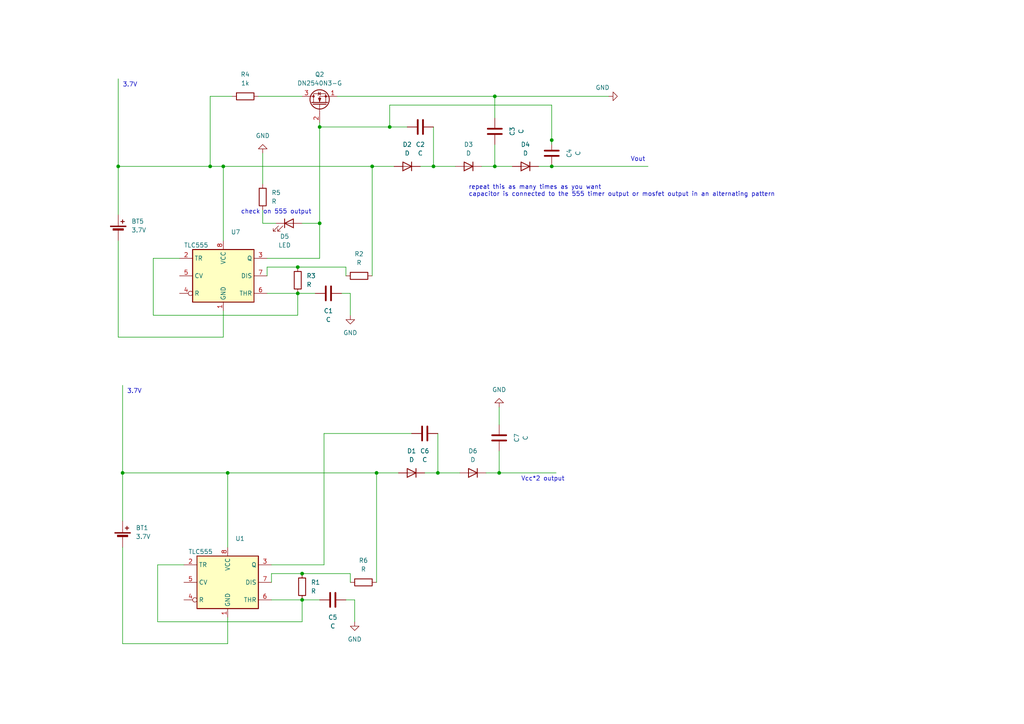
<source format=kicad_sch>
(kicad_sch (version 20230121) (generator eeschema)

  (uuid 73515488-b0ee-424c-9292-bf443906f318)

  (paper "A4")

  (lib_symbols
    (symbol "Device:Battery_Cell" (pin_numbers hide) (pin_names (offset 0) hide) (in_bom yes) (on_board yes)
      (property "Reference" "BT" (at 2.54 2.54 0)
        (effects (font (size 1.27 1.27)) (justify left))
      )
      (property "Value" "Battery_Cell" (at 2.54 0 0)
        (effects (font (size 1.27 1.27)) (justify left))
      )
      (property "Footprint" "" (at 0 1.524 90)
        (effects (font (size 1.27 1.27)) hide)
      )
      (property "Datasheet" "~" (at 0 1.524 90)
        (effects (font (size 1.27 1.27)) hide)
      )
      (property "ki_keywords" "battery cell" (at 0 0 0)
        (effects (font (size 1.27 1.27)) hide)
      )
      (property "ki_description" "Single-cell battery" (at 0 0 0)
        (effects (font (size 1.27 1.27)) hide)
      )
      (symbol "Battery_Cell_0_1"
        (rectangle (start -2.286 1.778) (end 2.286 1.524)
          (stroke (width 0) (type default))
          (fill (type outline))
        )
        (rectangle (start -1.524 1.016) (end 1.524 0.508)
          (stroke (width 0) (type default))
          (fill (type outline))
        )
        (polyline
          (pts
            (xy 0 0.762)
            (xy 0 0)
          )
          (stroke (width 0) (type default))
          (fill (type none))
        )
        (polyline
          (pts
            (xy 0 1.778)
            (xy 0 2.54)
          )
          (stroke (width 0) (type default))
          (fill (type none))
        )
        (polyline
          (pts
            (xy 0.762 3.048)
            (xy 1.778 3.048)
          )
          (stroke (width 0.254) (type default))
          (fill (type none))
        )
        (polyline
          (pts
            (xy 1.27 3.556)
            (xy 1.27 2.54)
          )
          (stroke (width 0.254) (type default))
          (fill (type none))
        )
      )
      (symbol "Battery_Cell_1_1"
        (pin passive line (at 0 5.08 270) (length 2.54)
          (name "+" (effects (font (size 1.27 1.27))))
          (number "1" (effects (font (size 1.27 1.27))))
        )
        (pin passive line (at 0 -2.54 90) (length 2.54)
          (name "-" (effects (font (size 1.27 1.27))))
          (number "2" (effects (font (size 1.27 1.27))))
        )
      )
    )
    (symbol "Device:C" (pin_numbers hide) (pin_names (offset 0.254)) (in_bom yes) (on_board yes)
      (property "Reference" "C" (at 0.635 2.54 0)
        (effects (font (size 1.27 1.27)) (justify left))
      )
      (property "Value" "C" (at 0.635 -2.54 0)
        (effects (font (size 1.27 1.27)) (justify left))
      )
      (property "Footprint" "" (at 0.9652 -3.81 0)
        (effects (font (size 1.27 1.27)) hide)
      )
      (property "Datasheet" "~" (at 0 0 0)
        (effects (font (size 1.27 1.27)) hide)
      )
      (property "ki_keywords" "cap capacitor" (at 0 0 0)
        (effects (font (size 1.27 1.27)) hide)
      )
      (property "ki_description" "Unpolarized capacitor" (at 0 0 0)
        (effects (font (size 1.27 1.27)) hide)
      )
      (property "ki_fp_filters" "C_*" (at 0 0 0)
        (effects (font (size 1.27 1.27)) hide)
      )
      (symbol "C_0_1"
        (polyline
          (pts
            (xy -2.032 -0.762)
            (xy 2.032 -0.762)
          )
          (stroke (width 0.508) (type default))
          (fill (type none))
        )
        (polyline
          (pts
            (xy -2.032 0.762)
            (xy 2.032 0.762)
          )
          (stroke (width 0.508) (type default))
          (fill (type none))
        )
      )
      (symbol "C_1_1"
        (pin passive line (at 0 3.81 270) (length 2.794)
          (name "~" (effects (font (size 1.27 1.27))))
          (number "1" (effects (font (size 1.27 1.27))))
        )
        (pin passive line (at 0 -3.81 90) (length 2.794)
          (name "~" (effects (font (size 1.27 1.27))))
          (number "2" (effects (font (size 1.27 1.27))))
        )
      )
    )
    (symbol "Device:D" (pin_numbers hide) (pin_names (offset 1.016) hide) (in_bom yes) (on_board yes)
      (property "Reference" "D" (at 0 2.54 0)
        (effects (font (size 1.27 1.27)))
      )
      (property "Value" "D" (at 0 -2.54 0)
        (effects (font (size 1.27 1.27)))
      )
      (property "Footprint" "" (at 0 0 0)
        (effects (font (size 1.27 1.27)) hide)
      )
      (property "Datasheet" "~" (at 0 0 0)
        (effects (font (size 1.27 1.27)) hide)
      )
      (property "Sim.Device" "D" (at 0 0 0)
        (effects (font (size 1.27 1.27)) hide)
      )
      (property "Sim.Pins" "1=K 2=A" (at 0 0 0)
        (effects (font (size 1.27 1.27)) hide)
      )
      (property "ki_keywords" "diode" (at 0 0 0)
        (effects (font (size 1.27 1.27)) hide)
      )
      (property "ki_description" "Diode" (at 0 0 0)
        (effects (font (size 1.27 1.27)) hide)
      )
      (property "ki_fp_filters" "TO-???* *_Diode_* *SingleDiode* D_*" (at 0 0 0)
        (effects (font (size 1.27 1.27)) hide)
      )
      (symbol "D_0_1"
        (polyline
          (pts
            (xy -1.27 1.27)
            (xy -1.27 -1.27)
          )
          (stroke (width 0.254) (type default))
          (fill (type none))
        )
        (polyline
          (pts
            (xy 1.27 0)
            (xy -1.27 0)
          )
          (stroke (width 0) (type default))
          (fill (type none))
        )
        (polyline
          (pts
            (xy 1.27 1.27)
            (xy 1.27 -1.27)
            (xy -1.27 0)
            (xy 1.27 1.27)
          )
          (stroke (width 0.254) (type default))
          (fill (type none))
        )
      )
      (symbol "D_1_1"
        (pin passive line (at -3.81 0 0) (length 2.54)
          (name "K" (effects (font (size 1.27 1.27))))
          (number "1" (effects (font (size 1.27 1.27))))
        )
        (pin passive line (at 3.81 0 180) (length 2.54)
          (name "A" (effects (font (size 1.27 1.27))))
          (number "2" (effects (font (size 1.27 1.27))))
        )
      )
    )
    (symbol "Device:LED" (pin_numbers hide) (pin_names (offset 1.016) hide) (in_bom yes) (on_board yes)
      (property "Reference" "D" (at 0 2.54 0)
        (effects (font (size 1.27 1.27)))
      )
      (property "Value" "LED" (at 0 -2.54 0)
        (effects (font (size 1.27 1.27)))
      )
      (property "Footprint" "" (at 0 0 0)
        (effects (font (size 1.27 1.27)) hide)
      )
      (property "Datasheet" "~" (at 0 0 0)
        (effects (font (size 1.27 1.27)) hide)
      )
      (property "ki_keywords" "LED diode" (at 0 0 0)
        (effects (font (size 1.27 1.27)) hide)
      )
      (property "ki_description" "Light emitting diode" (at 0 0 0)
        (effects (font (size 1.27 1.27)) hide)
      )
      (property "ki_fp_filters" "LED* LED_SMD:* LED_THT:*" (at 0 0 0)
        (effects (font (size 1.27 1.27)) hide)
      )
      (symbol "LED_0_1"
        (polyline
          (pts
            (xy -1.27 -1.27)
            (xy -1.27 1.27)
          )
          (stroke (width 0.254) (type default))
          (fill (type none))
        )
        (polyline
          (pts
            (xy -1.27 0)
            (xy 1.27 0)
          )
          (stroke (width 0) (type default))
          (fill (type none))
        )
        (polyline
          (pts
            (xy 1.27 -1.27)
            (xy 1.27 1.27)
            (xy -1.27 0)
            (xy 1.27 -1.27)
          )
          (stroke (width 0.254) (type default))
          (fill (type none))
        )
        (polyline
          (pts
            (xy -3.048 -0.762)
            (xy -4.572 -2.286)
            (xy -3.81 -2.286)
            (xy -4.572 -2.286)
            (xy -4.572 -1.524)
          )
          (stroke (width 0) (type default))
          (fill (type none))
        )
        (polyline
          (pts
            (xy -1.778 -0.762)
            (xy -3.302 -2.286)
            (xy -2.54 -2.286)
            (xy -3.302 -2.286)
            (xy -3.302 -1.524)
          )
          (stroke (width 0) (type default))
          (fill (type none))
        )
      )
      (symbol "LED_1_1"
        (pin passive line (at -3.81 0 0) (length 2.54)
          (name "K" (effects (font (size 1.27 1.27))))
          (number "1" (effects (font (size 1.27 1.27))))
        )
        (pin passive line (at 3.81 0 180) (length 2.54)
          (name "A" (effects (font (size 1.27 1.27))))
          (number "2" (effects (font (size 1.27 1.27))))
        )
      )
    )
    (symbol "Device:R" (pin_numbers hide) (pin_names (offset 0)) (in_bom yes) (on_board yes)
      (property "Reference" "R" (at 2.032 0 90)
        (effects (font (size 1.27 1.27)))
      )
      (property "Value" "R" (at 0 0 90)
        (effects (font (size 1.27 1.27)))
      )
      (property "Footprint" "" (at -1.778 0 90)
        (effects (font (size 1.27 1.27)) hide)
      )
      (property "Datasheet" "~" (at 0 0 0)
        (effects (font (size 1.27 1.27)) hide)
      )
      (property "ki_keywords" "R res resistor" (at 0 0 0)
        (effects (font (size 1.27 1.27)) hide)
      )
      (property "ki_description" "Resistor" (at 0 0 0)
        (effects (font (size 1.27 1.27)) hide)
      )
      (property "ki_fp_filters" "R_*" (at 0 0 0)
        (effects (font (size 1.27 1.27)) hide)
      )
      (symbol "R_0_1"
        (rectangle (start -1.016 -2.54) (end 1.016 2.54)
          (stroke (width 0.254) (type default))
          (fill (type none))
        )
      )
      (symbol "R_1_1"
        (pin passive line (at 0 3.81 270) (length 1.27)
          (name "~" (effects (font (size 1.27 1.27))))
          (number "1" (effects (font (size 1.27 1.27))))
        )
        (pin passive line (at 0 -3.81 90) (length 1.27)
          (name "~" (effects (font (size 1.27 1.27))))
          (number "2" (effects (font (size 1.27 1.27))))
        )
      )
    )
    (symbol "Timer:TLC555xD" (in_bom yes) (on_board yes)
      (property "Reference" "U" (at -10.16 8.89 0)
        (effects (font (size 1.27 1.27)) (justify left))
      )
      (property "Value" "TLC555xD" (at 2.54 8.89 0)
        (effects (font (size 1.27 1.27)) (justify left))
      )
      (property "Footprint" "Package_SO:SOIC-8_3.9x4.9mm_P1.27mm" (at 21.59 -10.16 0)
        (effects (font (size 1.27 1.27)) hide)
      )
      (property "Datasheet" "http://www.ti.com/lit/ds/symlink/tlc555.pdf" (at 21.59 -10.16 0)
        (effects (font (size 1.27 1.27)) hide)
      )
      (property "ki_keywords" "single timer 555" (at 0 0 0)
        (effects (font (size 1.27 1.27)) hide)
      )
      (property "ki_description" "Single LinCMOS Timer, 555 compatible, SOIC-8" (at 0 0 0)
        (effects (font (size 1.27 1.27)) hide)
      )
      (property "ki_fp_filters" "SOIC*3.9x4.9mm*P1.27mm*" (at 0 0 0)
        (effects (font (size 1.27 1.27)) hide)
      )
      (symbol "TLC555xD_0_0"
        (pin power_in line (at 0 -10.16 90) (length 2.54)
          (name "GND" (effects (font (size 1.27 1.27))))
          (number "1" (effects (font (size 1.27 1.27))))
        )
        (pin power_in line (at 0 10.16 270) (length 2.54)
          (name "VCC" (effects (font (size 1.27 1.27))))
          (number "8" (effects (font (size 1.27 1.27))))
        )
      )
      (symbol "TLC555xD_0_1"
        (rectangle (start -8.89 -7.62) (end 8.89 7.62)
          (stroke (width 0.254) (type default))
          (fill (type background))
        )
        (rectangle (start -8.89 -7.62) (end 8.89 7.62)
          (stroke (width 0.254) (type default))
          (fill (type background))
        )
      )
      (symbol "TLC555xD_1_1"
        (pin input line (at -12.7 5.08 0) (length 3.81)
          (name "TR" (effects (font (size 1.27 1.27))))
          (number "2" (effects (font (size 1.27 1.27))))
        )
        (pin output line (at 12.7 5.08 180) (length 3.81)
          (name "Q" (effects (font (size 1.27 1.27))))
          (number "3" (effects (font (size 1.27 1.27))))
        )
        (pin input inverted (at -12.7 -5.08 0) (length 3.81)
          (name "R" (effects (font (size 1.27 1.27))))
          (number "4" (effects (font (size 1.27 1.27))))
        )
        (pin input line (at -12.7 0 0) (length 3.81)
          (name "CV" (effects (font (size 1.27 1.27))))
          (number "5" (effects (font (size 1.27 1.27))))
        )
        (pin input line (at 12.7 -5.08 180) (length 3.81)
          (name "THR" (effects (font (size 1.27 1.27))))
          (number "6" (effects (font (size 1.27 1.27))))
        )
        (pin input line (at 12.7 0 180) (length 3.81)
          (name "DIS" (effects (font (size 1.27 1.27))))
          (number "7" (effects (font (size 1.27 1.27))))
        )
      )
    )
    (symbol "Transistor_FET_Other:DN2540N3-G" (pin_names (offset 0) hide) (in_bom yes) (on_board yes)
      (property "Reference" "Q" (at 5.08 1.905 0)
        (effects (font (size 1.27 1.27)) (justify left))
      )
      (property "Value" "DN2540N3-G" (at 5.08 0 0)
        (effects (font (size 1.27 1.27)) (justify left))
      )
      (property "Footprint" "Package_TO_SOT_THT:TO-92_Inline" (at 0 -14.605 0)
        (effects (font (size 1.27 1.27)) hide)
      )
      (property "Datasheet" "https://ww1.microchip.com/downloads/en/DeviceDoc/DN2540%20B060313.pdf" (at 0 -12.065 0)
        (effects (font (size 1.27 1.27)) hide)
      )
      (property "ki_keywords" "N-Channel Depletion-Mode MOSFET" (at 0 0 0)
        (effects (font (size 1.27 1.27)) hide)
      )
      (property "ki_description" "150mA Ids, 400 Vds, Depletion-mode N-channel MOSFET, TO-92" (at 0 0 0)
        (effects (font (size 1.27 1.27)) hide)
      )
      (property "ki_fp_filters" "TO?92*" (at 0 0 0)
        (effects (font (size 1.27 1.27)) hide)
      )
      (symbol "DN2540N3-G_0_1"
        (polyline
          (pts
            (xy 0.254 0)
            (xy -2.54 0)
          )
          (stroke (width 0) (type default))
          (fill (type none))
        )
        (polyline
          (pts
            (xy 0.254 1.905)
            (xy 0.254 -1.905)
          )
          (stroke (width 0.254) (type default))
          (fill (type none))
        )
        (polyline
          (pts
            (xy 0.762 2.286)
            (xy 0.762 -2.286)
          )
          (stroke (width 0.254) (type default))
          (fill (type none))
        )
        (polyline
          (pts
            (xy 2.54 2.54)
            (xy 2.54 1.778)
          )
          (stroke (width 0) (type default))
          (fill (type none))
        )
        (polyline
          (pts
            (xy 2.54 -2.54)
            (xy 2.54 0)
            (xy 0.762 0)
          )
          (stroke (width 0) (type default))
          (fill (type none))
        )
        (polyline
          (pts
            (xy 0.762 -1.778)
            (xy 3.302 -1.778)
            (xy 3.302 1.778)
            (xy 0.762 1.778)
          )
          (stroke (width 0) (type default))
          (fill (type none))
        )
        (polyline
          (pts
            (xy 1.016 0)
            (xy 2.032 0.381)
            (xy 2.032 -0.381)
            (xy 1.016 0)
          )
          (stroke (width 0) (type default))
          (fill (type outline))
        )
        (polyline
          (pts
            (xy 2.794 0.508)
            (xy 2.921 0.381)
            (xy 3.683 0.381)
            (xy 3.81 0.254)
          )
          (stroke (width 0) (type default))
          (fill (type none))
        )
        (polyline
          (pts
            (xy 3.302 0.381)
            (xy 2.921 -0.254)
            (xy 3.683 -0.254)
            (xy 3.302 0.381)
          )
          (stroke (width 0) (type default))
          (fill (type none))
        )
        (circle (center 1.651 0) (radius 2.794)
          (stroke (width 0.254) (type default))
          (fill (type none))
        )
        (circle (center 2.54 -1.778) (radius 0.254)
          (stroke (width 0) (type default))
          (fill (type outline))
        )
        (circle (center 2.54 1.778) (radius 0.254)
          (stroke (width 0) (type default))
          (fill (type outline))
        )
      )
      (symbol "DN2540N3-G_1_1"
        (pin passive line (at 2.54 -5.08 90) (length 2.54)
          (name "S" (effects (font (size 1.27 1.27))))
          (number "1" (effects (font (size 1.27 1.27))))
        )
        (pin input line (at -5.08 0 0) (length 2.54)
          (name "G" (effects (font (size 1.27 1.27))))
          (number "2" (effects (font (size 1.27 1.27))))
        )
        (pin passive line (at 2.54 5.08 270) (length 2.54)
          (name "D" (effects (font (size 1.27 1.27))))
          (number "3" (effects (font (size 1.27 1.27))))
        )
      )
    )
    (symbol "power:GND" (power) (pin_names (offset 0)) (in_bom yes) (on_board yes)
      (property "Reference" "#PWR" (at 0 -6.35 0)
        (effects (font (size 1.27 1.27)) hide)
      )
      (property "Value" "GND" (at 0 -3.81 0)
        (effects (font (size 1.27 1.27)))
      )
      (property "Footprint" "" (at 0 0 0)
        (effects (font (size 1.27 1.27)) hide)
      )
      (property "Datasheet" "" (at 0 0 0)
        (effects (font (size 1.27 1.27)) hide)
      )
      (property "ki_keywords" "global power" (at 0 0 0)
        (effects (font (size 1.27 1.27)) hide)
      )
      (property "ki_description" "Power symbol creates a global label with name \"GND\" , ground" (at 0 0 0)
        (effects (font (size 1.27 1.27)) hide)
      )
      (symbol "GND_0_1"
        (polyline
          (pts
            (xy 0 0)
            (xy 0 -1.27)
            (xy 1.27 -1.27)
            (xy 0 -2.54)
            (xy -1.27 -1.27)
            (xy 0 -1.27)
          )
          (stroke (width 0) (type default))
          (fill (type none))
        )
      )
      (symbol "GND_1_1"
        (pin power_in line (at 0 0 270) (length 0) hide
          (name "GND" (effects (font (size 1.27 1.27))))
          (number "1" (effects (font (size 1.27 1.27))))
        )
      )
    )
  )

  (junction (at 35.56 137.16) (diameter 0) (color 0 0 0 0)
    (uuid 0732abd0-8efa-4e9c-82ff-899f7e16625d)
  )
  (junction (at 34.29 48.26) (diameter 0) (color 0 0 0 0)
    (uuid 0d31982a-7afa-45c2-aaa3-4334ecf17c50)
  )
  (junction (at 92.71 64.77) (diameter 0) (color 0 0 0 0)
    (uuid 17a41ce8-32e7-4ab1-8f12-6687d0b24c8e)
  )
  (junction (at 86.36 85.09) (diameter 0) (color 0 0 0 0)
    (uuid 1942c50b-9fe6-4e12-a9d8-a15574c701be)
  )
  (junction (at 113.03 36.83) (diameter 0) (color 0 0 0 0)
    (uuid 30640bea-76b0-4b49-ae16-b01ad1909cbe)
  )
  (junction (at 160.02 48.26) (diameter 0) (color 0 0 0 0)
    (uuid 40072b5e-eb97-4e76-8d2f-d5556ebf78d8)
  )
  (junction (at 60.96 48.26) (diameter 0) (color 0 0 0 0)
    (uuid 4face532-33ed-4e57-9415-2a3e2f1ebfa2)
  )
  (junction (at 109.22 137.16) (diameter 0) (color 0 0 0 0)
    (uuid 5bf1a9b1-7d4a-4e59-9f10-304402ef00ea)
  )
  (junction (at 92.71 36.83) (diameter 0) (color 0 0 0 0)
    (uuid 7a258cf5-006f-4262-bc83-a5e9622aae8b)
  )
  (junction (at 66.04 137.16) (diameter 0) (color 0 0 0 0)
    (uuid 8ff424fd-71a2-4ef1-a33c-4ffd0c3f893f)
  )
  (junction (at 125.73 48.26) (diameter 0) (color 0 0 0 0)
    (uuid a2df9ff8-5e4c-48ec-835d-257e67b09520)
  )
  (junction (at 144.78 137.16) (diameter 0) (color 0 0 0 0)
    (uuid b60e59d3-d98e-40f0-9fce-378dcbf1b268)
  )
  (junction (at 143.51 27.94) (diameter 0) (color 0 0 0 0)
    (uuid b733c975-c9ef-413e-92a3-99e5706398ab)
  )
  (junction (at 87.63 173.99) (diameter 0) (color 0 0 0 0)
    (uuid b84c3c17-7623-4ce2-aac8-0bdd0bd5fc4e)
  )
  (junction (at 64.77 48.26) (diameter 0) (color 0 0 0 0)
    (uuid c4e72dc9-698a-4be0-9b4c-1b124550b81a)
  )
  (junction (at 143.51 48.26) (diameter 0) (color 0 0 0 0)
    (uuid c64bbdde-e72c-46be-821a-70d88ee428d5)
  )
  (junction (at 127 137.16) (diameter 0) (color 0 0 0 0)
    (uuid deb158fa-8594-4add-8b99-ff0af3787e8e)
  )
  (junction (at 107.95 48.26) (diameter 0) (color 0 0 0 0)
    (uuid e08b9820-bde7-4054-afdc-ac9df7ee4dd0)
  )
  (junction (at 160.02 40.64) (diameter 0) (color 0 0 0 0)
    (uuid e1237f3d-3ff9-408f-affa-20ada8035450)
  )
  (junction (at 87.63 166.37) (diameter 0) (color 0 0 0 0)
    (uuid e78a33af-87be-4b2d-9e29-b12925f0b299)
  )
  (junction (at 86.36 77.47) (diameter 0) (color 0 0 0 0)
    (uuid e9450d16-2739-4af7-bdfd-0e5ed1efc563)
  )

  (wire (pts (xy 101.6 85.09) (xy 101.6 91.44))
    (stroke (width 0) (type default))
    (uuid 0f5f3b50-430a-49ec-9016-15d50f4dd3fb)
  )
  (wire (pts (xy 86.36 85.09) (xy 91.44 85.09))
    (stroke (width 0) (type default))
    (uuid 110e86bc-c27c-4430-ba0b-3a1eb3704bc1)
  )
  (wire (pts (xy 76.2 60.96) (xy 76.2 64.77))
    (stroke (width 0) (type default))
    (uuid 1130dc70-9410-4066-bf49-b85c3bca97cf)
  )
  (wire (pts (xy 144.78 130.81) (xy 144.78 137.16))
    (stroke (width 0) (type default))
    (uuid 12827245-e52e-4c79-a6ed-a3c16b98faf0)
  )
  (wire (pts (xy 35.56 137.16) (xy 35.56 151.13))
    (stroke (width 0) (type default))
    (uuid 17d2be4e-4f6c-4022-b04d-d94fb24e6172)
  )
  (wire (pts (xy 86.36 91.44) (xy 86.36 85.09))
    (stroke (width 0) (type default))
    (uuid 18b706f8-8575-45d7-8cc4-db4aa2e9a4fb)
  )
  (wire (pts (xy 156.21 48.26) (xy 160.02 48.26))
    (stroke (width 0) (type default))
    (uuid 1a2e24f6-e722-41be-aca0-ae04006b965f)
  )
  (wire (pts (xy 87.63 64.77) (xy 92.71 64.77))
    (stroke (width 0) (type default))
    (uuid 1a6460cd-c0eb-47e7-8292-65dbb378d5c3)
  )
  (wire (pts (xy 160.02 40.64) (xy 160.02 30.48))
    (stroke (width 0) (type default))
    (uuid 203ee5a6-2417-4c4f-9f6d-b89d7f038620)
  )
  (wire (pts (xy 34.29 22.86) (xy 34.29 48.26))
    (stroke (width 0) (type default))
    (uuid 26479a2a-2a76-420c-bbeb-d9d2959912e8)
  )
  (wire (pts (xy 92.71 64.77) (xy 92.71 74.93))
    (stroke (width 0) (type default))
    (uuid 2cc1be2e-bfde-43d2-bb5a-b4e0bc7e7184)
  )
  (wire (pts (xy 121.92 48.26) (xy 125.73 48.26))
    (stroke (width 0) (type default))
    (uuid 2e3932cb-b83f-4bd9-8582-62e0481b05ea)
  )
  (wire (pts (xy 78.74 166.37) (xy 87.63 166.37))
    (stroke (width 0) (type default))
    (uuid 36e956f1-618a-4226-a46b-05d62b9e058e)
  )
  (wire (pts (xy 86.36 91.44) (xy 44.45 91.44))
    (stroke (width 0) (type default))
    (uuid 3fe270eb-6721-4ba2-ba05-d5d25c1dc3fe)
  )
  (wire (pts (xy 92.71 36.83) (xy 113.03 36.83))
    (stroke (width 0) (type default))
    (uuid 405ad7c4-745c-45ad-922c-297575d72cfc)
  )
  (wire (pts (xy 34.29 48.26) (xy 34.29 62.23))
    (stroke (width 0) (type default))
    (uuid 44d924da-255f-457f-ba76-5d2ea72f15b8)
  )
  (wire (pts (xy 60.96 48.26) (xy 60.96 27.94))
    (stroke (width 0) (type default))
    (uuid 45ddd747-03dd-40cc-97bc-53db357fea65)
  )
  (wire (pts (xy 160.02 41.91) (xy 160.02 40.64))
    (stroke (width 0) (type default))
    (uuid 483dd1e7-a06a-48fd-a128-efd6c1704e7e)
  )
  (wire (pts (xy 101.6 166.37) (xy 101.6 168.91))
    (stroke (width 0) (type default))
    (uuid 53c84a97-8e68-4673-bb77-121f8023fc9a)
  )
  (wire (pts (xy 140.97 137.16) (xy 144.78 137.16))
    (stroke (width 0) (type default))
    (uuid 54f3958e-c5f3-43b6-a6a9-de182058cf8b)
  )
  (wire (pts (xy 66.04 137.16) (xy 66.04 158.75))
    (stroke (width 0) (type default))
    (uuid 55a3ad36-f356-4104-ba10-60425cff621b)
  )
  (wire (pts (xy 92.71 74.93) (xy 77.47 74.93))
    (stroke (width 0) (type default))
    (uuid 5d34460a-e823-4601-b821-7e8975da5c1f)
  )
  (wire (pts (xy 92.71 35.56) (xy 92.71 36.83))
    (stroke (width 0) (type default))
    (uuid 5f1fad62-0f30-42a2-970b-17324e324dd9)
  )
  (wire (pts (xy 143.51 27.94) (xy 143.51 34.29))
    (stroke (width 0) (type default))
    (uuid 61837be1-f3f3-474f-b1a6-0f6f116c52eb)
  )
  (wire (pts (xy 93.98 163.83) (xy 78.74 163.83))
    (stroke (width 0) (type default))
    (uuid 68e797d2-6559-42f1-9ebc-be1bd9ffbb44)
  )
  (wire (pts (xy 87.63 173.99) (xy 92.71 173.99))
    (stroke (width 0) (type default))
    (uuid 6c7e202e-743e-4e1d-b28c-5caef61915a1)
  )
  (wire (pts (xy 97.79 27.94) (xy 143.51 27.94))
    (stroke (width 0) (type default))
    (uuid 6d19353d-7ae8-4059-bdf4-0006e6f2ec9b)
  )
  (wire (pts (xy 123.19 137.16) (xy 127 137.16))
    (stroke (width 0) (type default))
    (uuid 6db63efb-6056-4cec-aa67-640c294e5c39)
  )
  (wire (pts (xy 35.56 158.75) (xy 35.56 186.69))
    (stroke (width 0) (type default))
    (uuid 6e0da65d-b17a-40c7-b3a4-aa0a341bbd58)
  )
  (wire (pts (xy 87.63 173.99) (xy 78.74 173.99))
    (stroke (width 0) (type default))
    (uuid 6e7555f8-53b7-4d0c-9822-3cb4af4254cd)
  )
  (wire (pts (xy 160.02 48.26) (xy 187.96 48.26))
    (stroke (width 0) (type default))
    (uuid 7538d280-da18-4779-9f4b-a19496a5d980)
  )
  (wire (pts (xy 125.73 48.26) (xy 132.08 48.26))
    (stroke (width 0) (type default))
    (uuid 758c1ebf-dcc7-4bab-872a-4a7b68986e49)
  )
  (wire (pts (xy 93.98 125.73) (xy 119.38 125.73))
    (stroke (width 0) (type default))
    (uuid 75e90125-dceb-4a1b-8fff-0ceb37730b6f)
  )
  (wire (pts (xy 35.56 111.76) (xy 35.56 137.16))
    (stroke (width 0) (type default))
    (uuid 78a2f40d-a05b-4011-8814-b2d648b5c035)
  )
  (wire (pts (xy 76.2 44.45) (xy 76.2 53.34))
    (stroke (width 0) (type default))
    (uuid 79712268-2b1c-46c2-b33f-64051b397b05)
  )
  (wire (pts (xy 66.04 137.16) (xy 109.22 137.16))
    (stroke (width 0) (type default))
    (uuid 7a0f8697-140a-4590-ba87-4b9943d80def)
  )
  (wire (pts (xy 86.36 77.47) (xy 100.33 77.47))
    (stroke (width 0) (type default))
    (uuid 7d2bbf54-3a47-48d1-9aec-b5a50265dcb4)
  )
  (wire (pts (xy 60.96 48.26) (xy 64.77 48.26))
    (stroke (width 0) (type default))
    (uuid 7fd077b8-a2ee-473d-a331-af81676ba93a)
  )
  (wire (pts (xy 45.72 163.83) (xy 53.34 163.83))
    (stroke (width 0) (type default))
    (uuid 85670346-da20-48f8-904c-29eb9942d535)
  )
  (wire (pts (xy 77.47 77.47) (xy 86.36 77.47))
    (stroke (width 0) (type default))
    (uuid 86cc6d41-89ae-4c90-9589-846fc5fc05b9)
  )
  (wire (pts (xy 64.77 48.26) (xy 64.77 69.85))
    (stroke (width 0) (type default))
    (uuid 898a7753-408c-462f-af6f-0c7662937316)
  )
  (wire (pts (xy 78.74 166.37) (xy 78.74 168.91))
    (stroke (width 0) (type default))
    (uuid 8b08b563-7ba2-4c91-b580-eca86f170015)
  )
  (wire (pts (xy 87.63 180.34) (xy 87.63 173.99))
    (stroke (width 0) (type default))
    (uuid 8b78c715-c4ee-4618-904a-4c24b4ac4e67)
  )
  (wire (pts (xy 64.77 97.79) (xy 64.77 90.17))
    (stroke (width 0) (type default))
    (uuid 904f09b6-ef54-452f-884a-bb2557fb488f)
  )
  (wire (pts (xy 102.87 173.99) (xy 102.87 180.34))
    (stroke (width 0) (type default))
    (uuid 9c5b59ef-d458-49e6-aded-11eedd1d45d2)
  )
  (wire (pts (xy 44.45 74.93) (xy 44.45 91.44))
    (stroke (width 0) (type default))
    (uuid 9e814f18-852b-41d0-a821-cebe2814db88)
  )
  (wire (pts (xy 87.63 180.34) (xy 45.72 180.34))
    (stroke (width 0) (type default))
    (uuid 9f52cade-27f3-409a-93d3-66cda240637d)
  )
  (wire (pts (xy 144.78 137.16) (xy 161.29 137.16))
    (stroke (width 0) (type default))
    (uuid 9f6fec13-e09c-4aa9-991d-ca42941cedd6)
  )
  (wire (pts (xy 113.03 30.48) (xy 113.03 36.83))
    (stroke (width 0) (type default))
    (uuid a2358f65-0122-4b93-9e75-efc7c4dd600b)
  )
  (wire (pts (xy 92.71 36.83) (xy 92.71 64.77))
    (stroke (width 0) (type default))
    (uuid a65260aa-bec5-48c5-afca-66c7aa282560)
  )
  (wire (pts (xy 100.33 77.47) (xy 100.33 80.01))
    (stroke (width 0) (type default))
    (uuid ab5b6c18-b1bd-46df-ab8a-4af58e1a9841)
  )
  (wire (pts (xy 34.29 69.85) (xy 34.29 97.79))
    (stroke (width 0) (type default))
    (uuid ac40e8aa-cd70-4905-ab33-8f47a376df72)
  )
  (wire (pts (xy 86.36 85.09) (xy 77.47 85.09))
    (stroke (width 0) (type default))
    (uuid acd39c5a-9928-40e2-8475-9c3a9edba966)
  )
  (wire (pts (xy 139.7 48.26) (xy 143.51 48.26))
    (stroke (width 0) (type default))
    (uuid ad8c42c7-14e0-4999-bdc3-8f1e76ea6319)
  )
  (wire (pts (xy 34.29 48.26) (xy 60.96 48.26))
    (stroke (width 0) (type default))
    (uuid b198edc8-599b-4c0d-8f03-6bfbd48396a1)
  )
  (wire (pts (xy 45.72 163.83) (xy 45.72 180.34))
    (stroke (width 0) (type default))
    (uuid b5fd7e3e-a50e-431c-a7ed-f734ac46c178)
  )
  (wire (pts (xy 66.04 186.69) (xy 66.04 179.07))
    (stroke (width 0) (type default))
    (uuid b7d5ee3f-2309-459c-bef9-ed7f61c42988)
  )
  (wire (pts (xy 127 125.73) (xy 127 137.16))
    (stroke (width 0) (type default))
    (uuid b7f1255a-e89e-4841-941c-42f4d186e8fe)
  )
  (wire (pts (xy 144.78 118.11) (xy 144.78 123.19))
    (stroke (width 0) (type default))
    (uuid b877afbe-ff02-496a-919f-e1e6fb963d33)
  )
  (wire (pts (xy 125.73 36.83) (xy 125.73 48.26))
    (stroke (width 0) (type default))
    (uuid bc43949a-ab53-4e5b-b6ab-ac7d0c3d6cd5)
  )
  (wire (pts (xy 74.93 27.94) (xy 87.63 27.94))
    (stroke (width 0) (type default))
    (uuid bcda9b52-549f-4dbc-ab0a-8f86241609bc)
  )
  (wire (pts (xy 109.22 137.16) (xy 109.22 168.91))
    (stroke (width 0) (type default))
    (uuid c3b3313c-b8ce-4f33-91b3-c98a056b7751)
  )
  (wire (pts (xy 143.51 27.94) (xy 176.53 27.94))
    (stroke (width 0) (type default))
    (uuid c3e86510-1864-4ad7-aca5-05ca5c8a25ac)
  )
  (wire (pts (xy 44.45 74.93) (xy 52.07 74.93))
    (stroke (width 0) (type default))
    (uuid cbc6a199-0ccb-4a27-8a36-1345aec95f49)
  )
  (wire (pts (xy 143.51 48.26) (xy 148.59 48.26))
    (stroke (width 0) (type default))
    (uuid cddbd5ba-7822-44dd-8b05-3d94245e3031)
  )
  (wire (pts (xy 143.51 41.91) (xy 143.51 48.26))
    (stroke (width 0) (type default))
    (uuid d026cf35-c1b6-48f8-9c56-0f69ce651d5e)
  )
  (wire (pts (xy 35.56 137.16) (xy 66.04 137.16))
    (stroke (width 0) (type default))
    (uuid d146edc9-098b-4f3e-aa5d-b1cc6930f710)
  )
  (wire (pts (xy 60.96 27.94) (xy 67.31 27.94))
    (stroke (width 0) (type default))
    (uuid d9f8a943-2392-4e1b-98ca-2f068bb5b8a4)
  )
  (wire (pts (xy 77.47 77.47) (xy 77.47 80.01))
    (stroke (width 0) (type default))
    (uuid db92fe4f-68d5-4301-bf91-e24a570f5d0a)
  )
  (wire (pts (xy 66.04 186.69) (xy 35.56 186.69))
    (stroke (width 0) (type default))
    (uuid dc178ad8-0bec-4838-b269-a71d90f6a095)
  )
  (wire (pts (xy 80.01 64.77) (xy 76.2 64.77))
    (stroke (width 0) (type default))
    (uuid dc30b1f0-e232-4bb3-b524-e610ca1558bc)
  )
  (wire (pts (xy 64.77 48.26) (xy 107.95 48.26))
    (stroke (width 0) (type default))
    (uuid ddc6ed87-3844-40e7-99a4-8d3a0622c623)
  )
  (wire (pts (xy 114.3 48.26) (xy 107.95 48.26))
    (stroke (width 0) (type default))
    (uuid e21aee4c-b952-488f-94d6-000dde495a47)
  )
  (wire (pts (xy 87.63 166.37) (xy 101.6 166.37))
    (stroke (width 0) (type default))
    (uuid e4933c23-a6c2-4128-a91d-5887389ebc5d)
  )
  (wire (pts (xy 107.95 48.26) (xy 107.95 80.01))
    (stroke (width 0) (type default))
    (uuid e516fdbe-ffed-4a50-b5c8-6191b37c0916)
  )
  (wire (pts (xy 64.77 97.79) (xy 34.29 97.79))
    (stroke (width 0) (type default))
    (uuid e6dfbb65-0224-4c13-a9f1-711591865eef)
  )
  (wire (pts (xy 115.57 137.16) (xy 109.22 137.16))
    (stroke (width 0) (type default))
    (uuid ea479c2a-fcfe-4a31-b040-e85a9b8a55c5)
  )
  (wire (pts (xy 93.98 125.73) (xy 93.98 163.83))
    (stroke (width 0) (type default))
    (uuid ec0c48a3-3c2d-462c-abc1-2547a25a5322)
  )
  (wire (pts (xy 99.06 85.09) (xy 101.6 85.09))
    (stroke (width 0) (type default))
    (uuid f1f38ffb-f137-4708-aeed-15923166bcdb)
  )
  (wire (pts (xy 113.03 36.83) (xy 118.11 36.83))
    (stroke (width 0) (type default))
    (uuid f2829621-4055-4a89-88be-b303d9e63bf2)
  )
  (wire (pts (xy 100.33 173.99) (xy 102.87 173.99))
    (stroke (width 0) (type default))
    (uuid f316788d-003e-4b13-8904-b732c04728a6)
  )
  (wire (pts (xy 127 137.16) (xy 133.35 137.16))
    (stroke (width 0) (type default))
    (uuid f840d359-6a78-4ac0-9c6e-a8ab89d4e909)
  )
  (wire (pts (xy 160.02 30.48) (xy 113.03 30.48))
    (stroke (width 0) (type default))
    (uuid fff8fb62-79e8-4268-ba6c-39398b20b820)
  )

  (text "check on 555 output" (at 69.85 62.23 0)
    (effects (font (size 1.27 1.27)) (justify left bottom))
    (uuid 10d21ce3-ac1d-4ace-a90f-e9c5b80ced88)
  )
  (text "3.7V" (at 36.83 114.3 0)
    (effects (font (size 1.27 1.27)) (justify left bottom))
    (uuid 192d1598-ee89-424c-a4b6-6c0af6c204db)
  )
  (text "repeat this as many times as you want\ncapacitor is connected to the 555 timer output or mosfet output in an alternating pattern\n"
    (at 135.89 57.15 0)
    (effects (font (size 1.27 1.27)) (justify left bottom))
    (uuid 702fbb8b-5a23-42c8-aa5e-b49a299d3750)
  )
  (text "Vout" (at 182.88 46.99 0)
    (effects (font (size 1.27 1.27)) (justify left bottom))
    (uuid 9ea41879-b716-4bb1-8499-db4e29b258c1)
  )
  (text "Vcc*2 output " (at 151.13 139.7 0)
    (effects (font (size 1.27 1.27)) (justify left bottom))
    (uuid bbc27b53-d19b-454e-9e98-3276f427713b)
  )
  (text "3.7V" (at 35.56 25.4 0)
    (effects (font (size 1.27 1.27)) (justify left bottom))
    (uuid eb3cd413-b689-41d2-8d34-51270d3a07e5)
  )

  (symbol (lib_id "Timer:TLC555xD") (at 66.04 168.91 0) (unit 1)
    (in_bom yes) (on_board yes) (dnp no)
    (uuid 04c36459-bec0-4490-b56e-722a526f6951)
    (property "Reference" "U1" (at 68.2341 156.21 0)
      (effects (font (size 1.27 1.27)) (justify left))
    )
    (property "Value" "TLC555" (at 54.61 160.02 0)
      (effects (font (size 1.27 1.27)) (justify left))
    )
    (property "Footprint" "Package_SO:SOIC-8_3.9x4.9mm_P1.27mm" (at 87.63 179.07 0)
      (effects (font (size 1.27 1.27)) hide)
    )
    (property "Datasheet" "http://www.ti.com/lit/ds/symlink/tlc555.pdf" (at 87.63 179.07 0)
      (effects (font (size 1.27 1.27)) hide)
    )
    (pin "1" (uuid f06d8eb8-4c7d-49b2-a64c-4cfacf61700d))
    (pin "8" (uuid 37345a7a-36bd-4ed9-88e4-8b55e094daca))
    (pin "4" (uuid b9f74c33-67a2-4c8a-a9d6-1a80a7b54373))
    (pin "5" (uuid 468f3b55-5814-4fdf-a50e-1057898c5d97))
    (pin "6" (uuid ab2a276b-85f0-46e2-a7c1-c5eb15238ef4))
    (pin "7" (uuid a05c2dfa-f5f8-4199-9210-2bf3f3671527))
    (pin "2" (uuid 90e3e09b-8f2f-4ec9-af2e-b6e27abc0946))
    (pin "3" (uuid 9ea9f292-63a2-41f4-85b7-e04324ce8ac4))
    (instances
      (project "PowerSupply"
        (path "/73515488-b0ee-424c-9292-bf443906f318"
          (reference "U1") (unit 1)
        )
      )
    )
  )

  (symbol (lib_id "Device:D") (at 137.16 137.16 180) (unit 1)
    (in_bom yes) (on_board yes) (dnp no) (fields_autoplaced)
    (uuid 05bdc3e6-7980-4fc8-9b80-bfd90a5b3fb9)
    (property "Reference" "D6" (at 137.16 130.81 0)
      (effects (font (size 1.27 1.27)))
    )
    (property "Value" "D" (at 137.16 133.35 0)
      (effects (font (size 1.27 1.27)))
    )
    (property "Footprint" "" (at 137.16 137.16 0)
      (effects (font (size 1.27 1.27)) hide)
    )
    (property "Datasheet" "~" (at 137.16 137.16 0)
      (effects (font (size 1.27 1.27)) hide)
    )
    (property "Sim.Device" "D" (at 137.16 137.16 0)
      (effects (font (size 1.27 1.27)) hide)
    )
    (property "Sim.Pins" "1=K 2=A" (at 137.16 137.16 0)
      (effects (font (size 1.27 1.27)) hide)
    )
    (pin "2" (uuid 788c8a98-b9ea-4cde-96ef-37d1999ddf67))
    (pin "1" (uuid d1528581-2311-41f4-aade-256cc761cad5))
    (instances
      (project "PowerSupply"
        (path "/73515488-b0ee-424c-9292-bf443906f318"
          (reference "D6") (unit 1)
        )
      )
    )
  )

  (symbol (lib_id "Device:R") (at 87.63 170.18 0) (unit 1)
    (in_bom yes) (on_board yes) (dnp no) (fields_autoplaced)
    (uuid 0b6ce03a-a500-4475-8f5d-3ed901682a0f)
    (property "Reference" "R1" (at 90.17 168.91 0)
      (effects (font (size 1.27 1.27)) (justify left))
    )
    (property "Value" "R" (at 90.17 171.45 0)
      (effects (font (size 1.27 1.27)) (justify left))
    )
    (property "Footprint" "" (at 85.852 170.18 90)
      (effects (font (size 1.27 1.27)) hide)
    )
    (property "Datasheet" "~" (at 87.63 170.18 0)
      (effects (font (size 1.27 1.27)) hide)
    )
    (pin "1" (uuid 67a9461a-387c-418e-81d0-c573817b8ed5))
    (pin "2" (uuid 0085233c-89ed-4fed-a243-243c267ac0ba))
    (instances
      (project "PowerSupply"
        (path "/73515488-b0ee-424c-9292-bf443906f318"
          (reference "R1") (unit 1)
        )
      )
    )
  )

  (symbol (lib_id "Device:C") (at 160.02 44.45 180) (unit 1)
    (in_bom yes) (on_board yes) (dnp no)
    (uuid 1a74a6e0-5282-4960-bbad-134f84eb9eda)
    (property "Reference" "C4" (at 165.1 44.45 90)
      (effects (font (size 1.27 1.27)))
    )
    (property "Value" "C" (at 167.64 44.45 90)
      (effects (font (size 1.27 1.27)))
    )
    (property "Footprint" "" (at 159.0548 40.64 0)
      (effects (font (size 1.27 1.27)) hide)
    )
    (property "Datasheet" "~" (at 160.02 44.45 0)
      (effects (font (size 1.27 1.27)) hide)
    )
    (pin "1" (uuid 30ff9896-fd1d-4434-8cb6-387a98168168))
    (pin "2" (uuid d7f0cebc-af9d-4042-a1aa-a82cdc145c84))
    (instances
      (project "KaCat1-2 wiring"
        (path "/5d2fc9f9-e9c7-40c5-b3fa-7f2393597598/1895b68d-d5c3-4643-b128-5d57dfb30c32"
          (reference "C4") (unit 1)
        )
      )
      (project "PowerSupply"
        (path "/73515488-b0ee-424c-9292-bf443906f318"
          (reference "C4") (unit 1)
        )
      )
    )
  )

  (symbol (lib_id "Device:C") (at 144.78 127 180) (unit 1)
    (in_bom yes) (on_board yes) (dnp no)
    (uuid 1b737693-2cfe-41ba-be3d-a0845f16bda3)
    (property "Reference" "C7" (at 149.86 127 90)
      (effects (font (size 1.27 1.27)))
    )
    (property "Value" "C" (at 152.4 127 90)
      (effects (font (size 1.27 1.27)))
    )
    (property "Footprint" "" (at 143.8148 123.19 0)
      (effects (font (size 1.27 1.27)) hide)
    )
    (property "Datasheet" "~" (at 144.78 127 0)
      (effects (font (size 1.27 1.27)) hide)
    )
    (pin "1" (uuid dfc81aed-725b-41df-ac3e-32b04a644c85))
    (pin "2" (uuid 66f60108-ad4a-4fa1-9379-8d5748af6a17))
    (instances
      (project "PowerSupply"
        (path "/73515488-b0ee-424c-9292-bf443906f318"
          (reference "C7") (unit 1)
        )
      )
    )
  )

  (symbol (lib_id "Device:C") (at 123.19 125.73 90) (unit 1)
    (in_bom yes) (on_board yes) (dnp no)
    (uuid 1e239299-7734-43a3-b2fa-8958a9b79ca2)
    (property "Reference" "C6" (at 123.19 130.81 90)
      (effects (font (size 1.27 1.27)))
    )
    (property "Value" "C" (at 123.19 133.35 90)
      (effects (font (size 1.27 1.27)))
    )
    (property "Footprint" "" (at 127 124.7648 0)
      (effects (font (size 1.27 1.27)) hide)
    )
    (property "Datasheet" "~" (at 123.19 125.73 0)
      (effects (font (size 1.27 1.27)) hide)
    )
    (pin "1" (uuid 8b9d8652-78f9-45bc-bdad-8372bceb2fee))
    (pin "2" (uuid df08e563-2885-4203-9623-1a0eefbac14c))
    (instances
      (project "PowerSupply"
        (path "/73515488-b0ee-424c-9292-bf443906f318"
          (reference "C6") (unit 1)
        )
      )
    )
  )

  (symbol (lib_id "power:GND") (at 176.53 27.94 90) (unit 1)
    (in_bom yes) (on_board yes) (dnp no)
    (uuid 2012f8ca-2638-4b7e-b748-6560533c15cd)
    (property "Reference" "#PWR018" (at 182.88 27.94 0)
      (effects (font (size 1.27 1.27)) hide)
    )
    (property "Value" "GND" (at 172.72 25.4 90)
      (effects (font (size 1.27 1.27)) (justify right))
    )
    (property "Footprint" "" (at 176.53 27.94 0)
      (effects (font (size 1.27 1.27)) hide)
    )
    (property "Datasheet" "" (at 176.53 27.94 0)
      (effects (font (size 1.27 1.27)) hide)
    )
    (pin "1" (uuid 025f970d-90ae-4bdc-bd9c-e3649f88640a))
    (instances
      (project "KaCat1-2 wiring"
        (path "/5d2fc9f9-e9c7-40c5-b3fa-7f2393597598/1895b68d-d5c3-4643-b128-5d57dfb30c32"
          (reference "#PWR018") (unit 1)
        )
      )
      (project "PowerSupply"
        (path "/73515488-b0ee-424c-9292-bf443906f318"
          (reference "#PWR018") (unit 1)
        )
      )
    )
  )

  (symbol (lib_id "Device:C") (at 143.51 38.1 180) (unit 1)
    (in_bom yes) (on_board yes) (dnp no)
    (uuid 269c83af-e8f9-434c-a4a8-09c179cac011)
    (property "Reference" "C3" (at 148.59 38.1 90)
      (effects (font (size 1.27 1.27)))
    )
    (property "Value" "C" (at 151.13 38.1 90)
      (effects (font (size 1.27 1.27)))
    )
    (property "Footprint" "" (at 142.5448 34.29 0)
      (effects (font (size 1.27 1.27)) hide)
    )
    (property "Datasheet" "~" (at 143.51 38.1 0)
      (effects (font (size 1.27 1.27)) hide)
    )
    (pin "1" (uuid 3fdd7e94-5a46-4a31-ae5a-2cc28f368cb4))
    (pin "2" (uuid ed1ff250-5432-404e-8023-d04355b6adaa))
    (instances
      (project "KaCat1-2 wiring"
        (path "/5d2fc9f9-e9c7-40c5-b3fa-7f2393597598/1895b68d-d5c3-4643-b128-5d57dfb30c32"
          (reference "C3") (unit 1)
        )
      )
      (project "PowerSupply"
        (path "/73515488-b0ee-424c-9292-bf443906f318"
          (reference "C3") (unit 1)
        )
      )
    )
  )

  (symbol (lib_id "power:GND") (at 101.6 91.44 0) (unit 1)
    (in_bom yes) (on_board yes) (dnp no) (fields_autoplaced)
    (uuid 28e528ff-4d16-43e2-90cd-dd5e8d37e2e4)
    (property "Reference" "#PWR022" (at 101.6 97.79 0)
      (effects (font (size 1.27 1.27)) hide)
    )
    (property "Value" "GND" (at 101.6 96.52 0)
      (effects (font (size 1.27 1.27)))
    )
    (property "Footprint" "" (at 101.6 91.44 0)
      (effects (font (size 1.27 1.27)) hide)
    )
    (property "Datasheet" "" (at 101.6 91.44 0)
      (effects (font (size 1.27 1.27)) hide)
    )
    (pin "1" (uuid c5f545d1-81bb-404e-9bf4-7e0943fd1298))
    (instances
      (project "KaCat1-2 wiring"
        (path "/5d2fc9f9-e9c7-40c5-b3fa-7f2393597598/1895b68d-d5c3-4643-b128-5d57dfb30c32"
          (reference "#PWR022") (unit 1)
        )
      )
      (project "PowerSupply"
        (path "/73515488-b0ee-424c-9292-bf443906f318"
          (reference "#PWR022") (unit 1)
        )
      )
    )
  )

  (symbol (lib_id "Timer:TLC555xD") (at 64.77 80.01 0) (unit 1)
    (in_bom yes) (on_board yes) (dnp no)
    (uuid 3ef2b869-4933-4923-816c-5cfe5d5e9d4e)
    (property "Reference" "U7" (at 66.9641 67.31 0)
      (effects (font (size 1.27 1.27)) (justify left))
    )
    (property "Value" "TLC555" (at 53.34 71.12 0)
      (effects (font (size 1.27 1.27)) (justify left))
    )
    (property "Footprint" "Package_SO:SOIC-8_3.9x4.9mm_P1.27mm" (at 86.36 90.17 0)
      (effects (font (size 1.27 1.27)) hide)
    )
    (property "Datasheet" "http://www.ti.com/lit/ds/symlink/tlc555.pdf" (at 86.36 90.17 0)
      (effects (font (size 1.27 1.27)) hide)
    )
    (pin "1" (uuid 70a020d9-396f-4d0e-a2f0-ff61d218ce96))
    (pin "8" (uuid fff7f37e-da07-457a-a666-b43edb3586f9))
    (pin "4" (uuid c5bd208e-6917-4f14-b296-0f06537ff594))
    (pin "5" (uuid 36ff72c2-3a8b-452a-b4d9-db48f2a458b3))
    (pin "6" (uuid d1b50ceb-4c6b-4dd1-a858-6d41f4bbffa1))
    (pin "7" (uuid 4057270a-11cf-4553-83a1-fee1d271da4d))
    (pin "2" (uuid d3130405-49a3-4fea-9a6d-c0a706724930))
    (pin "3" (uuid 4d5fefcd-a796-4f49-befd-3a69c463e6d1))
    (instances
      (project "KaCat1-2 wiring"
        (path "/5d2fc9f9-e9c7-40c5-b3fa-7f2393597598/1895b68d-d5c3-4643-b128-5d57dfb30c32"
          (reference "U7") (unit 1)
        )
      )
      (project "PowerSupply"
        (path "/73515488-b0ee-424c-9292-bf443906f318"
          (reference "U7") (unit 1)
        )
      )
    )
  )

  (symbol (lib_id "Device:D") (at 119.38 137.16 180) (unit 1)
    (in_bom yes) (on_board yes) (dnp no) (fields_autoplaced)
    (uuid 424ac337-fe88-43c8-a270-c428f2e3597b)
    (property "Reference" "D1" (at 119.38 130.81 0)
      (effects (font (size 1.27 1.27)))
    )
    (property "Value" "D" (at 119.38 133.35 0)
      (effects (font (size 1.27 1.27)))
    )
    (property "Footprint" "" (at 119.38 137.16 0)
      (effects (font (size 1.27 1.27)) hide)
    )
    (property "Datasheet" "~" (at 119.38 137.16 0)
      (effects (font (size 1.27 1.27)) hide)
    )
    (property "Sim.Device" "D" (at 119.38 137.16 0)
      (effects (font (size 1.27 1.27)) hide)
    )
    (property "Sim.Pins" "1=K 2=A" (at 119.38 137.16 0)
      (effects (font (size 1.27 1.27)) hide)
    )
    (pin "2" (uuid 3b749c09-754f-4845-b04c-43662abb94f6))
    (pin "1" (uuid cb53548f-c2b1-4337-ba84-c8dae4eb4649))
    (instances
      (project "PowerSupply"
        (path "/73515488-b0ee-424c-9292-bf443906f318"
          (reference "D1") (unit 1)
        )
      )
    )
  )

  (symbol (lib_id "Device:R") (at 104.14 80.01 90) (unit 1)
    (in_bom yes) (on_board yes) (dnp no) (fields_autoplaced)
    (uuid 51162757-f37d-4ef4-9d3d-39446b9d4865)
    (property "Reference" "R2" (at 104.14 73.66 90)
      (effects (font (size 1.27 1.27)))
    )
    (property "Value" "R" (at 104.14 76.2 90)
      (effects (font (size 1.27 1.27)))
    )
    (property "Footprint" "" (at 104.14 81.788 90)
      (effects (font (size 1.27 1.27)) hide)
    )
    (property "Datasheet" "~" (at 104.14 80.01 0)
      (effects (font (size 1.27 1.27)) hide)
    )
    (pin "2" (uuid 6c9a73fc-86a8-4090-bb1e-6ee7107ad2dc))
    (pin "1" (uuid 87d4868e-b237-4608-a3d0-9b904174eb16))
    (instances
      (project "KaCat1-2 wiring"
        (path "/5d2fc9f9-e9c7-40c5-b3fa-7f2393597598/1895b68d-d5c3-4643-b128-5d57dfb30c32"
          (reference "R2") (unit 1)
        )
      )
      (project "PowerSupply"
        (path "/73515488-b0ee-424c-9292-bf443906f318"
          (reference "R2") (unit 1)
        )
      )
    )
  )

  (symbol (lib_id "Device:R") (at 71.12 27.94 90) (unit 1)
    (in_bom yes) (on_board yes) (dnp no) (fields_autoplaced)
    (uuid 54078e9a-4a34-4d6b-a736-eedb671c71a5)
    (property "Reference" "R4" (at 71.12 21.59 90)
      (effects (font (size 1.27 1.27)))
    )
    (property "Value" "1k" (at 71.12 24.13 90)
      (effects (font (size 1.27 1.27)))
    )
    (property "Footprint" "" (at 71.12 29.718 90)
      (effects (font (size 1.27 1.27)) hide)
    )
    (property "Datasheet" "~" (at 71.12 27.94 0)
      (effects (font (size 1.27 1.27)) hide)
    )
    (pin "1" (uuid 690c18a1-6467-41ef-854b-e55ac54b354e))
    (pin "2" (uuid a8890078-e83f-43d9-9ac0-40a55600a64d))
    (instances
      (project "KaCat1-2 wiring"
        (path "/5d2fc9f9-e9c7-40c5-b3fa-7f2393597598/1895b68d-d5c3-4643-b128-5d57dfb30c32"
          (reference "R4") (unit 1)
        )
      )
      (project "PowerSupply"
        (path "/73515488-b0ee-424c-9292-bf443906f318"
          (reference "R4") (unit 1)
        )
      )
    )
  )

  (symbol (lib_id "Device:C") (at 95.25 85.09 90) (unit 1)
    (in_bom yes) (on_board yes) (dnp no)
    (uuid 7be0e3f7-df76-4670-b7f1-9481ddf13ff3)
    (property "Reference" "C1" (at 95.25 90.17 90)
      (effects (font (size 1.27 1.27)))
    )
    (property "Value" "C" (at 95.25 92.71 90)
      (effects (font (size 1.27 1.27)))
    )
    (property "Footprint" "" (at 99.06 84.1248 0)
      (effects (font (size 1.27 1.27)) hide)
    )
    (property "Datasheet" "~" (at 95.25 85.09 0)
      (effects (font (size 1.27 1.27)) hide)
    )
    (pin "1" (uuid cf49a6dd-432c-4b5d-a392-6b0d53189f36))
    (pin "2" (uuid 3983f798-c1ac-4999-a9fc-e3dcfacb5030))
    (instances
      (project "KaCat1-2 wiring"
        (path "/5d2fc9f9-e9c7-40c5-b3fa-7f2393597598/1895b68d-d5c3-4643-b128-5d57dfb30c32"
          (reference "C1") (unit 1)
        )
      )
      (project "PowerSupply"
        (path "/73515488-b0ee-424c-9292-bf443906f318"
          (reference "C1") (unit 1)
        )
      )
    )
  )

  (symbol (lib_id "Device:R") (at 105.41 168.91 90) (unit 1)
    (in_bom yes) (on_board yes) (dnp no) (fields_autoplaced)
    (uuid 7be5018b-394c-4d83-9c4a-0ccb1f8073ce)
    (property "Reference" "R6" (at 105.41 162.56 90)
      (effects (font (size 1.27 1.27)))
    )
    (property "Value" "R" (at 105.41 165.1 90)
      (effects (font (size 1.27 1.27)))
    )
    (property "Footprint" "" (at 105.41 170.688 90)
      (effects (font (size 1.27 1.27)) hide)
    )
    (property "Datasheet" "~" (at 105.41 168.91 0)
      (effects (font (size 1.27 1.27)) hide)
    )
    (pin "2" (uuid d54889b3-7bfb-4995-b25c-5129473634cd))
    (pin "1" (uuid 36602711-03ad-4bb2-9c26-bfc109579ff9))
    (instances
      (project "PowerSupply"
        (path "/73515488-b0ee-424c-9292-bf443906f318"
          (reference "R6") (unit 1)
        )
      )
    )
  )

  (symbol (lib_id "Device:R") (at 86.36 81.28 0) (unit 1)
    (in_bom yes) (on_board yes) (dnp no) (fields_autoplaced)
    (uuid 8361540e-a9a4-441e-9e7d-3e6a9d3ba45a)
    (property "Reference" "R3" (at 88.9 80.01 0)
      (effects (font (size 1.27 1.27)) (justify left))
    )
    (property "Value" "R" (at 88.9 82.55 0)
      (effects (font (size 1.27 1.27)) (justify left))
    )
    (property "Footprint" "" (at 84.582 81.28 90)
      (effects (font (size 1.27 1.27)) hide)
    )
    (property "Datasheet" "~" (at 86.36 81.28 0)
      (effects (font (size 1.27 1.27)) hide)
    )
    (pin "1" (uuid 112c1ec1-4a43-4c5f-9b67-4e8d93dd33e9))
    (pin "2" (uuid a3329272-0450-49d4-9338-53360fbb381c))
    (instances
      (project "KaCat1-2 wiring"
        (path "/5d2fc9f9-e9c7-40c5-b3fa-7f2393597598/1895b68d-d5c3-4643-b128-5d57dfb30c32"
          (reference "R3") (unit 1)
        )
      )
      (project "PowerSupply"
        (path "/73515488-b0ee-424c-9292-bf443906f318"
          (reference "R3") (unit 1)
        )
      )
    )
  )

  (symbol (lib_id "Device:D") (at 118.11 48.26 180) (unit 1)
    (in_bom yes) (on_board yes) (dnp no) (fields_autoplaced)
    (uuid 8f36c45f-90c3-4322-83a9-697e518bc7db)
    (property "Reference" "D2" (at 118.11 41.91 0)
      (effects (font (size 1.27 1.27)))
    )
    (property "Value" "D" (at 118.11 44.45 0)
      (effects (font (size 1.27 1.27)))
    )
    (property "Footprint" "" (at 118.11 48.26 0)
      (effects (font (size 1.27 1.27)) hide)
    )
    (property "Datasheet" "~" (at 118.11 48.26 0)
      (effects (font (size 1.27 1.27)) hide)
    )
    (property "Sim.Device" "D" (at 118.11 48.26 0)
      (effects (font (size 1.27 1.27)) hide)
    )
    (property "Sim.Pins" "1=K 2=A" (at 118.11 48.26 0)
      (effects (font (size 1.27 1.27)) hide)
    )
    (pin "2" (uuid 92bfd56f-fcb0-4445-b8f8-e2aa6b7d7532))
    (pin "1" (uuid e0e29e97-67d1-4b84-8c62-e0e287443679))
    (instances
      (project "KaCat1-2 wiring"
        (path "/5d2fc9f9-e9c7-40c5-b3fa-7f2393597598/1895b68d-d5c3-4643-b128-5d57dfb30c32"
          (reference "D2") (unit 1)
        )
      )
      (project "PowerSupply"
        (path "/73515488-b0ee-424c-9292-bf443906f318"
          (reference "D2") (unit 1)
        )
      )
    )
  )

  (symbol (lib_id "Device:C") (at 96.52 173.99 90) (unit 1)
    (in_bom yes) (on_board yes) (dnp no)
    (uuid 913c1d3f-1c8a-4652-91c3-89fb671c78c4)
    (property "Reference" "C5" (at 96.52 179.07 90)
      (effects (font (size 1.27 1.27)))
    )
    (property "Value" "C" (at 96.52 181.61 90)
      (effects (font (size 1.27 1.27)))
    )
    (property "Footprint" "" (at 100.33 173.0248 0)
      (effects (font (size 1.27 1.27)) hide)
    )
    (property "Datasheet" "~" (at 96.52 173.99 0)
      (effects (font (size 1.27 1.27)) hide)
    )
    (pin "1" (uuid 732699f5-3a39-4fff-aa83-44e99653f4e5))
    (pin "2" (uuid b3ca157f-1bc6-43fa-9054-2e9c20d5a97f))
    (instances
      (project "PowerSupply"
        (path "/73515488-b0ee-424c-9292-bf443906f318"
          (reference "C5") (unit 1)
        )
      )
    )
  )

  (symbol (lib_id "Device:D") (at 135.89 48.26 180) (unit 1)
    (in_bom yes) (on_board yes) (dnp no) (fields_autoplaced)
    (uuid 9628b4dd-a2bf-4e8f-92e8-be44a4055363)
    (property "Reference" "D3" (at 135.89 41.91 0)
      (effects (font (size 1.27 1.27)))
    )
    (property "Value" "D" (at 135.89 44.45 0)
      (effects (font (size 1.27 1.27)))
    )
    (property "Footprint" "" (at 135.89 48.26 0)
      (effects (font (size 1.27 1.27)) hide)
    )
    (property "Datasheet" "~" (at 135.89 48.26 0)
      (effects (font (size 1.27 1.27)) hide)
    )
    (property "Sim.Device" "D" (at 135.89 48.26 0)
      (effects (font (size 1.27 1.27)) hide)
    )
    (property "Sim.Pins" "1=K 2=A" (at 135.89 48.26 0)
      (effects (font (size 1.27 1.27)) hide)
    )
    (pin "2" (uuid 335cda8f-c9dd-4c05-a0c0-bc530584ceef))
    (pin "1" (uuid 98f40be7-9bf2-45ca-adb0-7614aae85449))
    (instances
      (project "KaCat1-2 wiring"
        (path "/5d2fc9f9-e9c7-40c5-b3fa-7f2393597598/1895b68d-d5c3-4643-b128-5d57dfb30c32"
          (reference "D3") (unit 1)
        )
      )
      (project "PowerSupply"
        (path "/73515488-b0ee-424c-9292-bf443906f318"
          (reference "D3") (unit 1)
        )
      )
    )
  )

  (symbol (lib_id "power:GND") (at 102.87 180.34 0) (unit 1)
    (in_bom yes) (on_board yes) (dnp no) (fields_autoplaced)
    (uuid a12ae68d-b578-49ab-bb4b-21ba163273a9)
    (property "Reference" "#PWR01" (at 102.87 186.69 0)
      (effects (font (size 1.27 1.27)) hide)
    )
    (property "Value" "GND" (at 102.87 185.42 0)
      (effects (font (size 1.27 1.27)))
    )
    (property "Footprint" "" (at 102.87 180.34 0)
      (effects (font (size 1.27 1.27)) hide)
    )
    (property "Datasheet" "" (at 102.87 180.34 0)
      (effects (font (size 1.27 1.27)) hide)
    )
    (pin "1" (uuid 1fb91822-fafc-4c25-a007-a7def58e462e))
    (instances
      (project "PowerSupply"
        (path "/73515488-b0ee-424c-9292-bf443906f318"
          (reference "#PWR01") (unit 1)
        )
      )
    )
  )

  (symbol (lib_id "Transistor_FET_Other:DN2540N3-G") (at 92.71 30.48 90) (unit 1)
    (in_bom yes) (on_board yes) (dnp no) (fields_autoplaced)
    (uuid a944e98c-6b63-43be-8c8d-f1752839f3f8)
    (property "Reference" "Q2" (at 92.71 21.59 90)
      (effects (font (size 1.27 1.27)))
    )
    (property "Value" "DN2540N3-G" (at 92.71 24.13 90)
      (effects (font (size 1.27 1.27)))
    )
    (property "Footprint" "Package_TO_SOT_THT:TO-92_Inline" (at 107.315 30.48 0)
      (effects (font (size 1.27 1.27)) hide)
    )
    (property "Datasheet" "https://ww1.microchip.com/downloads/en/DeviceDoc/DN2540%20B060313.pdf" (at 104.775 30.48 0)
      (effects (font (size 1.27 1.27)) hide)
    )
    (pin "1" (uuid f1e877cf-db3e-479f-8ed6-f02fac5b64a0))
    (pin "3" (uuid ac6a9601-75c9-419d-8cc8-ca96fb48464f))
    (pin "2" (uuid 6f7361d4-a01f-4c64-a0d7-e3053ef4a616))
    (instances
      (project "KaCat1-2 wiring"
        (path "/5d2fc9f9-e9c7-40c5-b3fa-7f2393597598/1895b68d-d5c3-4643-b128-5d57dfb30c32"
          (reference "Q2") (unit 1)
        )
      )
      (project "PowerSupply"
        (path "/73515488-b0ee-424c-9292-bf443906f318"
          (reference "Q2") (unit 1)
        )
      )
    )
  )

  (symbol (lib_id "Device:Battery_Cell") (at 34.29 67.31 0) (unit 1)
    (in_bom yes) (on_board yes) (dnp no) (fields_autoplaced)
    (uuid ab22d1bc-c847-4d8b-b8f7-3d3e167c3b1e)
    (property "Reference" "BT5" (at 38.1 64.1985 0)
      (effects (font (size 1.27 1.27)) (justify left))
    )
    (property "Value" "3.7V" (at 38.1 66.7385 0)
      (effects (font (size 1.27 1.27)) (justify left))
    )
    (property "Footprint" "" (at 34.29 65.786 90)
      (effects (font (size 1.27 1.27)) hide)
    )
    (property "Datasheet" "~" (at 34.29 65.786 90)
      (effects (font (size 1.27 1.27)) hide)
    )
    (pin "2" (uuid 128f48ae-9939-4be0-ae2a-65977169b429))
    (pin "1" (uuid a32f85cb-4986-44d1-862e-af137c386c64))
    (instances
      (project "KaCat1-2 wiring"
        (path "/5d2fc9f9-e9c7-40c5-b3fa-7f2393597598/1895b68d-d5c3-4643-b128-5d57dfb30c32"
          (reference "BT5") (unit 1)
        )
      )
      (project "PowerSupply"
        (path "/73515488-b0ee-424c-9292-bf443906f318"
          (reference "BT5") (unit 1)
        )
      )
    )
  )

  (symbol (lib_id "Device:LED") (at 83.82 64.77 0) (unit 1)
    (in_bom yes) (on_board yes) (dnp no)
    (uuid addddbfc-2c4d-4007-ba1e-14a75decca54)
    (property "Reference" "D5" (at 82.55 68.58 0)
      (effects (font (size 1.27 1.27)))
    )
    (property "Value" "LED" (at 82.55 71.12 0)
      (effects (font (size 1.27 1.27)))
    )
    (property "Footprint" "" (at 83.82 64.77 0)
      (effects (font (size 1.27 1.27)) hide)
    )
    (property "Datasheet" "~" (at 83.82 64.77 0)
      (effects (font (size 1.27 1.27)) hide)
    )
    (pin "1" (uuid 79c59b15-c5dd-49fa-978e-2b6890e06d8f))
    (pin "2" (uuid 2abfc2b4-1d8b-4bfc-b27f-ee162f441453))
    (instances
      (project "KaCat1-2 wiring"
        (path "/5d2fc9f9-e9c7-40c5-b3fa-7f2393597598/1895b68d-d5c3-4643-b128-5d57dfb30c32"
          (reference "D5") (unit 1)
        )
      )
      (project "PowerSupply"
        (path "/73515488-b0ee-424c-9292-bf443906f318"
          (reference "D5") (unit 1)
        )
      )
    )
  )

  (symbol (lib_id "power:GND") (at 76.2 44.45 180) (unit 1)
    (in_bom yes) (on_board yes) (dnp no) (fields_autoplaced)
    (uuid c67fac6b-521e-4379-bb54-7ce5ad55d525)
    (property "Reference" "#PWR019" (at 76.2 38.1 0)
      (effects (font (size 1.27 1.27)) hide)
    )
    (property "Value" "GND" (at 76.2 39.37 0)
      (effects (font (size 1.27 1.27)))
    )
    (property "Footprint" "" (at 76.2 44.45 0)
      (effects (font (size 1.27 1.27)) hide)
    )
    (property "Datasheet" "" (at 76.2 44.45 0)
      (effects (font (size 1.27 1.27)) hide)
    )
    (pin "1" (uuid 9fe3efd2-4254-430d-900b-e0b32b00cd71))
    (instances
      (project "KaCat1-2 wiring"
        (path "/5d2fc9f9-e9c7-40c5-b3fa-7f2393597598/1895b68d-d5c3-4643-b128-5d57dfb30c32"
          (reference "#PWR019") (unit 1)
        )
      )
      (project "PowerSupply"
        (path "/73515488-b0ee-424c-9292-bf443906f318"
          (reference "#PWR019") (unit 1)
        )
      )
    )
  )

  (symbol (lib_id "power:GND") (at 144.78 118.11 180) (unit 1)
    (in_bom yes) (on_board yes) (dnp no) (fields_autoplaced)
    (uuid c883007a-12df-4c7a-88d2-a116abbc4314)
    (property "Reference" "#PWR02" (at 144.78 111.76 0)
      (effects (font (size 1.27 1.27)) hide)
    )
    (property "Value" "GND" (at 144.78 113.03 0)
      (effects (font (size 1.27 1.27)))
    )
    (property "Footprint" "" (at 144.78 118.11 0)
      (effects (font (size 1.27 1.27)) hide)
    )
    (property "Datasheet" "" (at 144.78 118.11 0)
      (effects (font (size 1.27 1.27)) hide)
    )
    (pin "1" (uuid c3eb46af-5a66-42d8-b657-bf41bd352429))
    (instances
      (project "PowerSupply"
        (path "/73515488-b0ee-424c-9292-bf443906f318"
          (reference "#PWR02") (unit 1)
        )
      )
    )
  )

  (symbol (lib_id "Device:C") (at 121.92 36.83 90) (unit 1)
    (in_bom yes) (on_board yes) (dnp no)
    (uuid ce01e3b8-728f-4243-af25-3fafc2cef0ef)
    (property "Reference" "C2" (at 121.92 41.91 90)
      (effects (font (size 1.27 1.27)))
    )
    (property "Value" "C" (at 121.92 44.45 90)
      (effects (font (size 1.27 1.27)))
    )
    (property "Footprint" "" (at 125.73 35.8648 0)
      (effects (font (size 1.27 1.27)) hide)
    )
    (property "Datasheet" "~" (at 121.92 36.83 0)
      (effects (font (size 1.27 1.27)) hide)
    )
    (pin "1" (uuid 7fe76e73-4d68-4516-8ebc-5e30fb5b5ab6))
    (pin "2" (uuid 7df646a9-a720-4213-b3a3-cc555cac910e))
    (instances
      (project "KaCat1-2 wiring"
        (path "/5d2fc9f9-e9c7-40c5-b3fa-7f2393597598/1895b68d-d5c3-4643-b128-5d57dfb30c32"
          (reference "C2") (unit 1)
        )
      )
      (project "PowerSupply"
        (path "/73515488-b0ee-424c-9292-bf443906f318"
          (reference "C2") (unit 1)
        )
      )
    )
  )

  (symbol (lib_id "Device:D") (at 152.4 48.26 180) (unit 1)
    (in_bom yes) (on_board yes) (dnp no) (fields_autoplaced)
    (uuid d5503b69-bb2d-400e-bb9f-4cdb98dcca55)
    (property "Reference" "D4" (at 152.4 41.91 0)
      (effects (font (size 1.27 1.27)))
    )
    (property "Value" "D" (at 152.4 44.45 0)
      (effects (font (size 1.27 1.27)))
    )
    (property "Footprint" "" (at 152.4 48.26 0)
      (effects (font (size 1.27 1.27)) hide)
    )
    (property "Datasheet" "~" (at 152.4 48.26 0)
      (effects (font (size 1.27 1.27)) hide)
    )
    (property "Sim.Device" "D" (at 152.4 48.26 0)
      (effects (font (size 1.27 1.27)) hide)
    )
    (property "Sim.Pins" "1=K 2=A" (at 152.4 48.26 0)
      (effects (font (size 1.27 1.27)) hide)
    )
    (pin "2" (uuid cdb20aa7-24f5-4c93-8235-92467f741217))
    (pin "1" (uuid 9e427b34-3a40-4333-8cd7-15e83302f7aa))
    (instances
      (project "KaCat1-2 wiring"
        (path "/5d2fc9f9-e9c7-40c5-b3fa-7f2393597598/1895b68d-d5c3-4643-b128-5d57dfb30c32"
          (reference "D4") (unit 1)
        )
      )
      (project "PowerSupply"
        (path "/73515488-b0ee-424c-9292-bf443906f318"
          (reference "D4") (unit 1)
        )
      )
    )
  )

  (symbol (lib_id "Device:Battery_Cell") (at 35.56 156.21 0) (unit 1)
    (in_bom yes) (on_board yes) (dnp no) (fields_autoplaced)
    (uuid e2ec143b-5fdb-47e8-8d21-a65f5d5386cb)
    (property "Reference" "BT1" (at 39.37 153.0985 0)
      (effects (font (size 1.27 1.27)) (justify left))
    )
    (property "Value" "3.7V" (at 39.37 155.6385 0)
      (effects (font (size 1.27 1.27)) (justify left))
    )
    (property "Footprint" "" (at 35.56 154.686 90)
      (effects (font (size 1.27 1.27)) hide)
    )
    (property "Datasheet" "~" (at 35.56 154.686 90)
      (effects (font (size 1.27 1.27)) hide)
    )
    (pin "2" (uuid 4f6b0ee1-b3dd-4140-a4e4-df073af0bbaa))
    (pin "1" (uuid 00cc3f70-d7d4-41b3-8f45-2f24efe486b4))
    (instances
      (project "PowerSupply"
        (path "/73515488-b0ee-424c-9292-bf443906f318"
          (reference "BT1") (unit 1)
        )
      )
    )
  )

  (symbol (lib_id "Device:R") (at 76.2 57.15 0) (unit 1)
    (in_bom yes) (on_board yes) (dnp no) (fields_autoplaced)
    (uuid e37101e1-0b83-4b21-a929-f93beeaec657)
    (property "Reference" "R5" (at 78.74 55.88 0)
      (effects (font (size 1.27 1.27)) (justify left))
    )
    (property "Value" "R" (at 78.74 58.42 0)
      (effects (font (size 1.27 1.27)) (justify left))
    )
    (property "Footprint" "" (at 74.422 57.15 90)
      (effects (font (size 1.27 1.27)) hide)
    )
    (property "Datasheet" "~" (at 76.2 57.15 0)
      (effects (font (size 1.27 1.27)) hide)
    )
    (pin "1" (uuid 645a5f06-5635-4798-89de-02f6142699a1))
    (pin "2" (uuid 2124218c-16a7-4bfc-ae9f-3473bf23ae3e))
    (instances
      (project "KaCat1-2 wiring"
        (path "/5d2fc9f9-e9c7-40c5-b3fa-7f2393597598/1895b68d-d5c3-4643-b128-5d57dfb30c32"
          (reference "R5") (unit 1)
        )
      )
      (project "PowerSupply"
        (path "/73515488-b0ee-424c-9292-bf443906f318"
          (reference "R5") (unit 1)
        )
      )
    )
  )

  (sheet_instances
    (path "/" (page "1"))
  )
)

</source>
